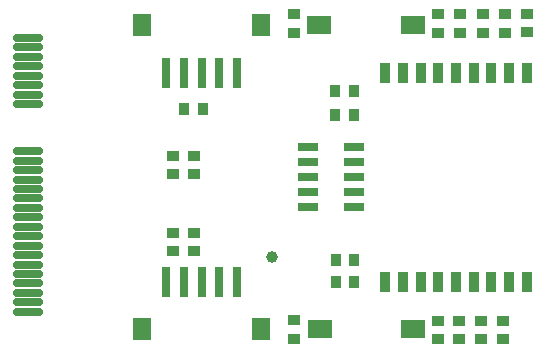
<source format=gtp>
G04*
G04 #@! TF.GenerationSoftware,Altium Limited,Altium Designer,19.0.4 (130)*
G04*
G04 Layer_Color=8421504*
%FSLAX25Y25*%
%MOIN*%
G70*
G01*
G75*
%ADD17R,0.03858X0.03661*%
%ADD18C,0.03937*%
%ADD19R,0.03661X0.03858*%
%ADD20R,0.06693X0.02953*%
%ADD21R,0.07874X0.05906*%
%ADD22R,0.03150X0.09843*%
%ADD23R,0.05906X0.07677*%
G04:AMPARAMS|DCode=24|XSize=23.62mil|YSize=100.39mil|CornerRadius=0mil|HoleSize=0mil|Usage=FLASHONLY|Rotation=270.000|XOffset=0mil|YOffset=0mil|HoleType=Round|Shape=Octagon|*
%AMOCTAGOND24*
4,1,8,0.05020,0.00591,0.05020,-0.00591,0.04429,-0.01181,-0.04429,-0.01181,-0.05020,-0.00591,-0.05020,0.00591,-0.04429,0.01181,0.04429,0.01181,0.05020,0.00591,0.0*
%
%ADD24OCTAGOND24*%

G04:AMPARAMS|DCode=25|XSize=23.62mil|YSize=100.39mil|CornerRadius=0mil|HoleSize=0mil|Usage=FLASHONLY|Rotation=270.000|XOffset=0mil|YOffset=0mil|HoleType=Round|Shape=Octagon|*
%AMOCTAGOND25*
4,1,8,0.05020,0.00591,0.05020,-0.00591,0.04429,-0.01181,-0.04429,-0.01181,-0.05020,-0.00591,-0.05020,0.00591,-0.04429,0.01181,0.04429,0.01181,0.05020,0.00591,0.0*
%
%ADD25OCTAGOND25*%

%ADD26R,0.03543X0.06693*%
D17*
X94236Y5268D02*
D03*
Y11331D02*
D03*
X53811Y66213D02*
D03*
Y60150D02*
D03*
X142244Y113331D02*
D03*
Y107268D02*
D03*
X149622Y113331D02*
D03*
Y107268D02*
D03*
X149386Y5087D02*
D03*
Y11150D02*
D03*
X163842Y5087D02*
D03*
Y11150D02*
D03*
X53811Y34449D02*
D03*
Y40512D02*
D03*
X61039Y40512D02*
D03*
Y34449D02*
D03*
X164646Y113331D02*
D03*
Y107268D02*
D03*
X157118Y113331D02*
D03*
Y107268D02*
D03*
X94236Y113331D02*
D03*
Y107268D02*
D03*
X61039Y60150D02*
D03*
Y66213D02*
D03*
X156614Y11150D02*
D03*
Y5087D02*
D03*
X142244Y5087D02*
D03*
Y11150D02*
D03*
X171874Y113394D02*
D03*
Y107331D02*
D03*
D18*
X86874Y32394D02*
D03*
D19*
X108071Y79691D02*
D03*
X114134D02*
D03*
X114134Y87811D02*
D03*
X108071D02*
D03*
X63803Y81921D02*
D03*
X57740D02*
D03*
X108205Y31323D02*
D03*
X114268D02*
D03*
Y24016D02*
D03*
X108205D02*
D03*
D20*
X114409Y49039D02*
D03*
Y59039D02*
D03*
Y64039D02*
D03*
Y69039D02*
D03*
Y54039D02*
D03*
X99055D02*
D03*
Y69039D02*
D03*
Y64039D02*
D03*
Y59039D02*
D03*
Y49039D02*
D03*
D21*
X133831Y109803D02*
D03*
X102599Y109725D02*
D03*
X102831Y8299D02*
D03*
X134062Y8378D02*
D03*
D22*
X75260Y24244D02*
D03*
X69354D02*
D03*
X63449D02*
D03*
X51638D02*
D03*
X57543D02*
D03*
X69354Y93819D02*
D03*
X75260D02*
D03*
X63449D02*
D03*
X57543D02*
D03*
X51638D02*
D03*
D23*
X43496Y8299D02*
D03*
X83402D02*
D03*
X43496Y109764D02*
D03*
X83402D02*
D03*
D24*
X5622Y105493D02*
D03*
Y83445D02*
D03*
Y102343D02*
D03*
Y99193D02*
D03*
Y96044D02*
D03*
Y92894D02*
D03*
Y89745D02*
D03*
Y86595D02*
D03*
Y58284D02*
D03*
X5722Y51984D02*
D03*
Y45685D02*
D03*
Y48835D02*
D03*
Y55134D02*
D03*
X5622Y39386D02*
D03*
Y33087D02*
D03*
Y36236D02*
D03*
Y42535D02*
D03*
Y26787D02*
D03*
Y20488D02*
D03*
Y23638D02*
D03*
Y29937D02*
D03*
Y17339D02*
D03*
Y14189D02*
D03*
D25*
Y67732D02*
D03*
Y61433D02*
D03*
Y64583D02*
D03*
D26*
X171874Y24094D02*
D03*
X165969D02*
D03*
X160063D02*
D03*
X154157D02*
D03*
X148252D02*
D03*
X142346D02*
D03*
X136441D02*
D03*
X130535D02*
D03*
X124630D02*
D03*
Y93780D02*
D03*
X130535D02*
D03*
X136441D02*
D03*
X142346D02*
D03*
X148252D02*
D03*
X154157D02*
D03*
X160063D02*
D03*
X165969D02*
D03*
X171874D02*
D03*
M02*

</source>
